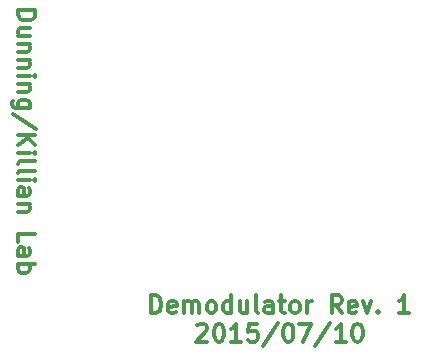
<source format=gbo>
G04 (created by PCBNEW (2013-07-07 BZR 4022)-stable) date 12/07/2015 18:34:44*
%MOIN*%
G04 Gerber Fmt 3.4, Leading zero omitted, Abs format*
%FSLAX34Y34*%
G01*
G70*
G90*
G04 APERTURE LIST*
%ADD10C,0.00590551*%
%ADD11C,0.011811*%
%ADD12R,0.068X0.068*%
%ADD13C,0.068*%
%ADD14R,0.0867402X0.0867402*%
%ADD15C,0.0867402*%
%ADD16C,0.0768976*%
%ADD17R,0.0768976X0.0768976*%
%ADD18R,0.078X0.078*%
%ADD19C,0.078*%
%ADD20R,0.063X0.063*%
%ADD21C,0.063*%
%ADD22O,0.1458X0.2049*%
%ADD23C,0.071*%
%ADD24C,0.158*%
%ADD25C,0.168*%
G04 APERTURE END LIST*
G54D10*
G54D11*
X28211Y-48739D02*
X28211Y-48148D01*
X28352Y-48148D01*
X28436Y-48176D01*
X28492Y-48232D01*
X28520Y-48289D01*
X28548Y-48401D01*
X28548Y-48485D01*
X28520Y-48598D01*
X28492Y-48654D01*
X28436Y-48710D01*
X28352Y-48739D01*
X28211Y-48739D01*
X29026Y-48710D02*
X28970Y-48739D01*
X28858Y-48739D01*
X28802Y-48710D01*
X28773Y-48654D01*
X28773Y-48429D01*
X28802Y-48373D01*
X28858Y-48345D01*
X28970Y-48345D01*
X29026Y-48373D01*
X29055Y-48429D01*
X29055Y-48485D01*
X28773Y-48542D01*
X29308Y-48739D02*
X29308Y-48345D01*
X29308Y-48401D02*
X29336Y-48373D01*
X29392Y-48345D01*
X29476Y-48345D01*
X29533Y-48373D01*
X29561Y-48429D01*
X29561Y-48739D01*
X29561Y-48429D02*
X29589Y-48373D01*
X29645Y-48345D01*
X29730Y-48345D01*
X29786Y-48373D01*
X29814Y-48429D01*
X29814Y-48739D01*
X30179Y-48739D02*
X30123Y-48710D01*
X30095Y-48682D01*
X30067Y-48626D01*
X30067Y-48457D01*
X30095Y-48401D01*
X30123Y-48373D01*
X30179Y-48345D01*
X30264Y-48345D01*
X30320Y-48373D01*
X30348Y-48401D01*
X30376Y-48457D01*
X30376Y-48626D01*
X30348Y-48682D01*
X30320Y-48710D01*
X30264Y-48739D01*
X30179Y-48739D01*
X30883Y-48739D02*
X30883Y-48148D01*
X30883Y-48710D02*
X30826Y-48739D01*
X30714Y-48739D01*
X30658Y-48710D01*
X30629Y-48682D01*
X30601Y-48626D01*
X30601Y-48457D01*
X30629Y-48401D01*
X30658Y-48373D01*
X30714Y-48345D01*
X30826Y-48345D01*
X30883Y-48373D01*
X31417Y-48345D02*
X31417Y-48739D01*
X31164Y-48345D02*
X31164Y-48654D01*
X31192Y-48710D01*
X31248Y-48739D01*
X31332Y-48739D01*
X31389Y-48710D01*
X31417Y-48682D01*
X31782Y-48739D02*
X31726Y-48710D01*
X31698Y-48654D01*
X31698Y-48148D01*
X32260Y-48739D02*
X32260Y-48429D01*
X32232Y-48373D01*
X32176Y-48345D01*
X32064Y-48345D01*
X32007Y-48373D01*
X32260Y-48710D02*
X32204Y-48739D01*
X32064Y-48739D01*
X32007Y-48710D01*
X31979Y-48654D01*
X31979Y-48598D01*
X32007Y-48542D01*
X32064Y-48514D01*
X32204Y-48514D01*
X32260Y-48485D01*
X32457Y-48345D02*
X32682Y-48345D01*
X32542Y-48148D02*
X32542Y-48654D01*
X32570Y-48710D01*
X32626Y-48739D01*
X32682Y-48739D01*
X32964Y-48739D02*
X32907Y-48710D01*
X32879Y-48682D01*
X32851Y-48626D01*
X32851Y-48457D01*
X32879Y-48401D01*
X32907Y-48373D01*
X32964Y-48345D01*
X33048Y-48345D01*
X33104Y-48373D01*
X33132Y-48401D01*
X33160Y-48457D01*
X33160Y-48626D01*
X33132Y-48682D01*
X33104Y-48710D01*
X33048Y-48739D01*
X32964Y-48739D01*
X33413Y-48739D02*
X33413Y-48345D01*
X33413Y-48457D02*
X33442Y-48401D01*
X33470Y-48373D01*
X33526Y-48345D01*
X33582Y-48345D01*
X34566Y-48739D02*
X34370Y-48457D01*
X34229Y-48739D02*
X34229Y-48148D01*
X34454Y-48148D01*
X34510Y-48176D01*
X34538Y-48204D01*
X34566Y-48260D01*
X34566Y-48345D01*
X34538Y-48401D01*
X34510Y-48429D01*
X34454Y-48457D01*
X34229Y-48457D01*
X35044Y-48710D02*
X34988Y-48739D01*
X34876Y-48739D01*
X34820Y-48710D01*
X34791Y-48654D01*
X34791Y-48429D01*
X34820Y-48373D01*
X34876Y-48345D01*
X34988Y-48345D01*
X35044Y-48373D01*
X35073Y-48429D01*
X35073Y-48485D01*
X34791Y-48542D01*
X35269Y-48345D02*
X35410Y-48739D01*
X35551Y-48345D01*
X35776Y-48682D02*
X35804Y-48710D01*
X35776Y-48739D01*
X35748Y-48710D01*
X35776Y-48682D01*
X35776Y-48739D01*
X36816Y-48739D02*
X36479Y-48739D01*
X36647Y-48739D02*
X36647Y-48148D01*
X36591Y-48232D01*
X36535Y-48289D01*
X36479Y-48317D01*
X29744Y-49149D02*
X29772Y-49121D01*
X29828Y-49093D01*
X29969Y-49093D01*
X30025Y-49121D01*
X30053Y-49149D01*
X30081Y-49205D01*
X30081Y-49262D01*
X30053Y-49346D01*
X29715Y-49683D01*
X30081Y-49683D01*
X30447Y-49093D02*
X30503Y-49093D01*
X30559Y-49121D01*
X30587Y-49149D01*
X30615Y-49205D01*
X30643Y-49318D01*
X30643Y-49458D01*
X30615Y-49571D01*
X30587Y-49627D01*
X30559Y-49655D01*
X30503Y-49683D01*
X30447Y-49683D01*
X30390Y-49655D01*
X30362Y-49627D01*
X30334Y-49571D01*
X30306Y-49458D01*
X30306Y-49318D01*
X30334Y-49205D01*
X30362Y-49149D01*
X30390Y-49121D01*
X30447Y-49093D01*
X31206Y-49683D02*
X30868Y-49683D01*
X31037Y-49683D02*
X31037Y-49093D01*
X30981Y-49177D01*
X30925Y-49233D01*
X30868Y-49262D01*
X31740Y-49093D02*
X31459Y-49093D01*
X31431Y-49374D01*
X31459Y-49346D01*
X31515Y-49318D01*
X31656Y-49318D01*
X31712Y-49346D01*
X31740Y-49374D01*
X31768Y-49430D01*
X31768Y-49571D01*
X31740Y-49627D01*
X31712Y-49655D01*
X31656Y-49683D01*
X31515Y-49683D01*
X31459Y-49655D01*
X31431Y-49627D01*
X32443Y-49065D02*
X31937Y-49824D01*
X32753Y-49093D02*
X32809Y-49093D01*
X32865Y-49121D01*
X32893Y-49149D01*
X32921Y-49205D01*
X32949Y-49318D01*
X32949Y-49458D01*
X32921Y-49571D01*
X32893Y-49627D01*
X32865Y-49655D01*
X32809Y-49683D01*
X32753Y-49683D01*
X32696Y-49655D01*
X32668Y-49627D01*
X32640Y-49571D01*
X32612Y-49458D01*
X32612Y-49318D01*
X32640Y-49205D01*
X32668Y-49149D01*
X32696Y-49121D01*
X32753Y-49093D01*
X33146Y-49093D02*
X33540Y-49093D01*
X33287Y-49683D01*
X34187Y-49065D02*
X33681Y-49824D01*
X34693Y-49683D02*
X34356Y-49683D01*
X34524Y-49683D02*
X34524Y-49093D01*
X34468Y-49177D01*
X34412Y-49233D01*
X34356Y-49262D01*
X35059Y-49093D02*
X35115Y-49093D01*
X35171Y-49121D01*
X35199Y-49149D01*
X35227Y-49205D01*
X35255Y-49318D01*
X35255Y-49458D01*
X35227Y-49571D01*
X35199Y-49627D01*
X35171Y-49655D01*
X35115Y-49683D01*
X35059Y-49683D01*
X35002Y-49655D01*
X34974Y-49627D01*
X34946Y-49571D01*
X34918Y-49458D01*
X34918Y-49318D01*
X34946Y-49205D01*
X34974Y-49149D01*
X35002Y-49121D01*
X35059Y-49093D01*
X23760Y-38641D02*
X24351Y-38641D01*
X24351Y-38781D01*
X24323Y-38866D01*
X24267Y-38922D01*
X24210Y-38950D01*
X24098Y-38978D01*
X24014Y-38978D01*
X23901Y-38950D01*
X23845Y-38922D01*
X23789Y-38866D01*
X23760Y-38781D01*
X23760Y-38641D01*
X24154Y-39484D02*
X23760Y-39484D01*
X24154Y-39231D02*
X23845Y-39231D01*
X23789Y-39259D01*
X23760Y-39316D01*
X23760Y-39400D01*
X23789Y-39456D01*
X23817Y-39484D01*
X24154Y-39766D02*
X23760Y-39766D01*
X24098Y-39766D02*
X24126Y-39794D01*
X24154Y-39850D01*
X24154Y-39934D01*
X24126Y-39991D01*
X24070Y-40019D01*
X23760Y-40019D01*
X24154Y-40300D02*
X23760Y-40300D01*
X24098Y-40300D02*
X24126Y-40328D01*
X24154Y-40384D01*
X24154Y-40469D01*
X24126Y-40525D01*
X24070Y-40553D01*
X23760Y-40553D01*
X23760Y-40834D02*
X24154Y-40834D01*
X24351Y-40834D02*
X24323Y-40806D01*
X24295Y-40834D01*
X24323Y-40862D01*
X24351Y-40834D01*
X24295Y-40834D01*
X24154Y-41115D02*
X23760Y-41115D01*
X24098Y-41115D02*
X24126Y-41143D01*
X24154Y-41200D01*
X24154Y-41284D01*
X24126Y-41340D01*
X24070Y-41368D01*
X23760Y-41368D01*
X24154Y-41903D02*
X23676Y-41903D01*
X23620Y-41875D01*
X23592Y-41847D01*
X23564Y-41790D01*
X23564Y-41706D01*
X23592Y-41650D01*
X23789Y-41903D02*
X23760Y-41847D01*
X23760Y-41734D01*
X23789Y-41678D01*
X23817Y-41650D01*
X23873Y-41622D01*
X24042Y-41622D01*
X24098Y-41650D01*
X24126Y-41678D01*
X24154Y-41734D01*
X24154Y-41847D01*
X24126Y-41903D01*
X24379Y-42606D02*
X23620Y-42100D01*
X23760Y-42803D02*
X24351Y-42803D01*
X23760Y-43140D02*
X24098Y-42887D01*
X24351Y-43140D02*
X24014Y-42803D01*
X23760Y-43393D02*
X24154Y-43393D01*
X24351Y-43393D02*
X24323Y-43365D01*
X24295Y-43393D01*
X24323Y-43421D01*
X24351Y-43393D01*
X24295Y-43393D01*
X23760Y-43759D02*
X23789Y-43703D01*
X23845Y-43674D01*
X24351Y-43674D01*
X23760Y-44068D02*
X23789Y-44012D01*
X23845Y-43984D01*
X24351Y-43984D01*
X23760Y-44293D02*
X24154Y-44293D01*
X24351Y-44293D02*
X24323Y-44265D01*
X24295Y-44293D01*
X24323Y-44321D01*
X24351Y-44293D01*
X24295Y-44293D01*
X23760Y-44827D02*
X24070Y-44827D01*
X24126Y-44799D01*
X24154Y-44743D01*
X24154Y-44631D01*
X24126Y-44574D01*
X23789Y-44827D02*
X23760Y-44771D01*
X23760Y-44631D01*
X23789Y-44574D01*
X23845Y-44546D01*
X23901Y-44546D01*
X23957Y-44574D01*
X23985Y-44631D01*
X23985Y-44771D01*
X24014Y-44827D01*
X24154Y-45109D02*
X23760Y-45109D01*
X24098Y-45109D02*
X24126Y-45137D01*
X24154Y-45193D01*
X24154Y-45277D01*
X24126Y-45334D01*
X24070Y-45362D01*
X23760Y-45362D01*
X23760Y-46374D02*
X23760Y-46093D01*
X24351Y-46093D01*
X23760Y-46824D02*
X24070Y-46824D01*
X24126Y-46796D01*
X24154Y-46740D01*
X24154Y-46627D01*
X24126Y-46571D01*
X23789Y-46824D02*
X23760Y-46768D01*
X23760Y-46627D01*
X23789Y-46571D01*
X23845Y-46543D01*
X23901Y-46543D01*
X23957Y-46571D01*
X23985Y-46627D01*
X23985Y-46768D01*
X24014Y-46824D01*
X23760Y-47105D02*
X24351Y-47105D01*
X24126Y-47105D02*
X24154Y-47161D01*
X24154Y-47274D01*
X24126Y-47330D01*
X24098Y-47358D01*
X24042Y-47386D01*
X23873Y-47386D01*
X23817Y-47358D01*
X23789Y-47330D01*
X23760Y-47274D01*
X23760Y-47161D01*
X23789Y-47105D01*
%LPC*%
G54D12*
X51500Y-44000D03*
G54D13*
X50500Y-44000D03*
X49500Y-44000D03*
X48500Y-44000D03*
X47500Y-44000D03*
X46500Y-44000D03*
X45500Y-44000D03*
X45500Y-47000D03*
X46500Y-47000D03*
X47500Y-47000D03*
X48500Y-47000D03*
X49500Y-47000D03*
X50500Y-47000D03*
X51500Y-47000D03*
G54D12*
X58000Y-37000D03*
G54D13*
X58000Y-38000D03*
X58000Y-39000D03*
X58000Y-40000D03*
X58000Y-41000D03*
X58000Y-42000D03*
X58000Y-43000D03*
X61000Y-43000D03*
X61000Y-42000D03*
X61000Y-41000D03*
X61000Y-40000D03*
X61000Y-39000D03*
X61000Y-38000D03*
X61000Y-37000D03*
G54D12*
X65500Y-35500D03*
G54D13*
X66500Y-35500D03*
X67500Y-35500D03*
X68500Y-35500D03*
X68500Y-32500D03*
X67500Y-32500D03*
X66500Y-32500D03*
X65500Y-32500D03*
G54D12*
X54000Y-30000D03*
G54D13*
X53000Y-30000D03*
X52000Y-30000D03*
X51000Y-30000D03*
X51000Y-33000D03*
X52000Y-33000D03*
X53000Y-33000D03*
X54000Y-33000D03*
G54D12*
X46000Y-30000D03*
G54D13*
X45000Y-30000D03*
X44000Y-30000D03*
X43000Y-30000D03*
X43000Y-33000D03*
X44000Y-33000D03*
X45000Y-33000D03*
X46000Y-33000D03*
G54D14*
X37500Y-29000D03*
G54D15*
X37500Y-30000D03*
X37500Y-31000D03*
G54D14*
X26500Y-31000D03*
G54D15*
X26500Y-30000D03*
X26500Y-29000D03*
G54D14*
X30500Y-47000D03*
G54D15*
X29500Y-47000D03*
X28500Y-47000D03*
G54D14*
X35500Y-47000D03*
G54D15*
X34500Y-47000D03*
X33500Y-47000D03*
G54D16*
X45000Y-37000D03*
G54D17*
X46000Y-37000D03*
G54D16*
X44000Y-37000D03*
G54D17*
X46000Y-38000D03*
G54D16*
X45000Y-38000D03*
X44000Y-38000D03*
X53500Y-37000D03*
G54D17*
X54500Y-37000D03*
G54D16*
X52500Y-37000D03*
G54D17*
X54500Y-38000D03*
G54D16*
X53500Y-38000D03*
X52500Y-38000D03*
X68000Y-43500D03*
G54D17*
X69000Y-43500D03*
G54D16*
X67000Y-43500D03*
G54D17*
X69000Y-44500D03*
G54D16*
X68000Y-44500D03*
X67000Y-44500D03*
X59000Y-48500D03*
G54D17*
X58000Y-48500D03*
G54D16*
X60000Y-48500D03*
G54D17*
X58000Y-47500D03*
G54D16*
X59000Y-47500D03*
X60000Y-47500D03*
G54D18*
X39000Y-37500D03*
G54D19*
X39000Y-36500D03*
X39000Y-35500D03*
G54D18*
X25000Y-35500D03*
G54D19*
X25000Y-36500D03*
X25000Y-37500D03*
G54D18*
X58000Y-31000D03*
G54D19*
X58000Y-30000D03*
X59000Y-31000D03*
X59000Y-30000D03*
X60000Y-31000D03*
X60000Y-30000D03*
G54D18*
X67000Y-41000D03*
G54D19*
X68000Y-41000D03*
G54D18*
X70000Y-30500D03*
G54D19*
X69000Y-30500D03*
X68000Y-30500D03*
G54D18*
X34500Y-38000D03*
G54D19*
X34500Y-36000D03*
G54D18*
X29500Y-36000D03*
G54D19*
X29500Y-38000D03*
G54D20*
X33750Y-41500D03*
G54D21*
X35250Y-41500D03*
G54D20*
X28750Y-41500D03*
G54D21*
X30250Y-41500D03*
G54D18*
X42000Y-45500D03*
G54D19*
X42000Y-46500D03*
X42000Y-47500D03*
G54D18*
X66500Y-48000D03*
G54D19*
X66500Y-47000D03*
G54D18*
X64000Y-39000D03*
G54D19*
X64000Y-38000D03*
G54D18*
X56000Y-41500D03*
G54D19*
X56000Y-40500D03*
G54D18*
X41000Y-41500D03*
G54D19*
X41000Y-40500D03*
G54D22*
X48500Y-24900D03*
X52500Y-24900D03*
G54D23*
X50500Y-26900D03*
X49500Y-26900D03*
G54D24*
X37420Y-25750D03*
X27580Y-25750D03*
G54D12*
X34680Y-26310D03*
G54D13*
X33590Y-26310D03*
X32500Y-26310D03*
X31410Y-26310D03*
X30320Y-26310D03*
X30860Y-25190D03*
X31950Y-25190D03*
X33050Y-25190D03*
X34140Y-25190D03*
X50000Y-39000D03*
X50000Y-35000D03*
X46500Y-40500D03*
X42500Y-40500D03*
X46500Y-42000D03*
X42500Y-42000D03*
X41500Y-35000D03*
X41500Y-39000D03*
X50500Y-42000D03*
X54500Y-42000D03*
X40000Y-44500D03*
X40000Y-48500D03*
X38500Y-48500D03*
X38500Y-44500D03*
X54000Y-49000D03*
X50000Y-49000D03*
X55500Y-48000D03*
X55500Y-44000D03*
X54500Y-40500D03*
X50500Y-40500D03*
X63000Y-40500D03*
X63000Y-44500D03*
X64500Y-40500D03*
X64500Y-44500D03*
X70500Y-37500D03*
X66500Y-37500D03*
X70500Y-39000D03*
X66500Y-39000D03*
G54D21*
X53500Y-35000D03*
X51500Y-35000D03*
X29000Y-29000D03*
X31000Y-29000D03*
X35000Y-29000D03*
X33000Y-29000D03*
X70500Y-35500D03*
X70500Y-33500D03*
X65500Y-30000D03*
X63500Y-30000D03*
X27000Y-33000D03*
X25000Y-33000D03*
X36500Y-33000D03*
X38500Y-33000D03*
X64500Y-48500D03*
X64500Y-46500D03*
X63000Y-48500D03*
X63000Y-46500D03*
X61000Y-45500D03*
X59000Y-45500D03*
X60500Y-34500D03*
X58500Y-34500D03*
X41000Y-30000D03*
X41000Y-32000D03*
X46500Y-49000D03*
X48500Y-49000D03*
X48000Y-32000D03*
X48000Y-30000D03*
X54000Y-46500D03*
X54000Y-44500D03*
X49000Y-30000D03*
X49000Y-32000D03*
X56000Y-32000D03*
X56000Y-30000D03*
X48500Y-42000D03*
X48500Y-40000D03*
X45000Y-35000D03*
X43000Y-35000D03*
G54D22*
X41000Y-24900D03*
X45000Y-24900D03*
G54D23*
X43000Y-26900D03*
X42000Y-26900D03*
G54D19*
X30000Y-31000D03*
X30000Y-33000D03*
X34000Y-31000D03*
X34000Y-33000D03*
G54D25*
X70000Y-23500D03*
X70000Y-48500D03*
X25000Y-48500D03*
X25000Y-23500D03*
G54D22*
X56000Y-24900D03*
X60000Y-24900D03*
G54D23*
X58000Y-26900D03*
X57000Y-26900D03*
G54D22*
X63500Y-24900D03*
X67500Y-24900D03*
G54D23*
X65500Y-26900D03*
X64500Y-26900D03*
G54D20*
X28000Y-44500D03*
G54D21*
X31000Y-44500D03*
G54D20*
X33000Y-44500D03*
G54D21*
X36000Y-44500D03*
G54D20*
X26500Y-40000D03*
G54D21*
X26500Y-43000D03*
G54D20*
X37500Y-43000D03*
G54D21*
X37500Y-40000D03*
G54D13*
X63500Y-35500D03*
X63500Y-31500D03*
X62000Y-35500D03*
X62000Y-31500D03*
M02*

</source>
